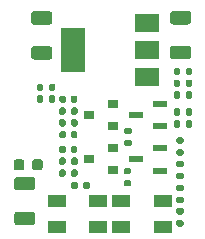
<source format=gbr>
%TF.GenerationSoftware,KiCad,Pcbnew,5.1.9*%
%TF.CreationDate,2021-01-20T22:59:12+01:00*%
%TF.ProjectId,wi-se-rpi,77692d73-652d-4727-9069-2e6b69636164,v0.1*%
%TF.SameCoordinates,Original*%
%TF.FileFunction,Paste,Bot*%
%TF.FilePolarity,Positive*%
%FSLAX46Y46*%
G04 Gerber Fmt 4.6, Leading zero omitted, Abs format (unit mm)*
G04 Created by KiCad (PCBNEW 5.1.9) date 2021-01-20 22:59:12*
%MOMM*%
%LPD*%
G01*
G04 APERTURE LIST*
%ADD10R,1.500000X1.000000*%
%ADD11R,1.207999X0.568000*%
%ADD12R,0.900000X0.800000*%
%ADD13R,2.000000X3.800000*%
%ADD14R,2.000000X1.500000*%
G04 APERTURE END LIST*
D10*
%TO.C,SW2*%
X82725000Y-13050000D03*
X82725000Y-15250000D03*
X86225000Y-15250000D03*
X86225000Y-13050000D03*
%TD*%
%TO.C,C1*%
G36*
G01*
X88400001Y-1025000D02*
X87099999Y-1025000D01*
G75*
G02*
X86850000Y-775001I0J249999D01*
G01*
X86850000Y-124999D01*
G75*
G02*
X87099999Y125000I249999J0D01*
G01*
X88400001Y125000D01*
G75*
G02*
X88650000Y-124999I0J-249999D01*
G01*
X88650000Y-775001D01*
G75*
G02*
X88400001Y-1025000I-249999J0D01*
G01*
G37*
G36*
G01*
X88400001Y1925000D02*
X87099999Y1925000D01*
G75*
G02*
X86850000Y2174999I0J249999D01*
G01*
X86850000Y2825001D01*
G75*
G02*
X87099999Y3075000I249999J0D01*
G01*
X88400001Y3075000D01*
G75*
G02*
X88650000Y2825001I0J-249999D01*
G01*
X88650000Y2174999D01*
G75*
G02*
X88400001Y1925000I-249999J0D01*
G01*
G37*
%TD*%
%TO.C,C2*%
G36*
G01*
X76650001Y1900000D02*
X75349999Y1900000D01*
G75*
G02*
X75100000Y2149999I0J249999D01*
G01*
X75100000Y2800001D01*
G75*
G02*
X75349999Y3050000I249999J0D01*
G01*
X76650001Y3050000D01*
G75*
G02*
X76900000Y2800001I0J-249999D01*
G01*
X76900000Y2149999D01*
G75*
G02*
X76650001Y1900000I-249999J0D01*
G01*
G37*
G36*
G01*
X76650001Y-1050000D02*
X75349999Y-1050000D01*
G75*
G02*
X75100000Y-800001I0J249999D01*
G01*
X75100000Y-149999D01*
G75*
G02*
X75349999Y100000I249999J0D01*
G01*
X76650001Y100000D01*
G75*
G02*
X76900000Y-149999I0J-249999D01*
G01*
X76900000Y-800001D01*
G75*
G02*
X76650001Y-1050000I-249999J0D01*
G01*
G37*
%TD*%
%TO.C,C5*%
G36*
G01*
X75200001Y-15075000D02*
X73899999Y-15075000D01*
G75*
G02*
X73650000Y-14825001I0J249999D01*
G01*
X73650000Y-14174999D01*
G75*
G02*
X73899999Y-13925000I249999J0D01*
G01*
X75200001Y-13925000D01*
G75*
G02*
X75450000Y-14174999I0J-249999D01*
G01*
X75450000Y-14825001D01*
G75*
G02*
X75200001Y-15075000I-249999J0D01*
G01*
G37*
G36*
G01*
X75200001Y-12125000D02*
X73899999Y-12125000D01*
G75*
G02*
X73650000Y-11875001I0J249999D01*
G01*
X73650000Y-11224999D01*
G75*
G02*
X73899999Y-10975000I249999J0D01*
G01*
X75200001Y-10975000D01*
G75*
G02*
X75450000Y-11224999I0J-249999D01*
G01*
X75450000Y-11875001D01*
G75*
G02*
X75200001Y-12125000I-249999J0D01*
G01*
G37*
%TD*%
%TO.C,C6*%
G36*
G01*
X76075000Y-9700000D02*
X76075000Y-10200000D01*
G75*
G02*
X75850000Y-10425000I-225000J0D01*
G01*
X75400000Y-10425000D01*
G75*
G02*
X75175000Y-10200000I0J225000D01*
G01*
X75175000Y-9700000D01*
G75*
G02*
X75400000Y-9475000I225000J0D01*
G01*
X75850000Y-9475000D01*
G75*
G02*
X76075000Y-9700000I0J-225000D01*
G01*
G37*
G36*
G01*
X74525000Y-9700000D02*
X74525000Y-10200000D01*
G75*
G02*
X74300000Y-10425000I-225000J0D01*
G01*
X73850000Y-10425000D01*
G75*
G02*
X73625000Y-10200000I0J225000D01*
G01*
X73625000Y-9700000D01*
G75*
G02*
X73850000Y-9475000I225000J0D01*
G01*
X74300000Y-9475000D01*
G75*
G02*
X74525000Y-9700000I0J-225000D01*
G01*
G37*
%TD*%
%TO.C,C7*%
G36*
G01*
X79010000Y-7230000D02*
X79010000Y-7570000D01*
G75*
G02*
X78870000Y-7710000I-140000J0D01*
G01*
X78590000Y-7710000D01*
G75*
G02*
X78450000Y-7570000I0J140000D01*
G01*
X78450000Y-7230000D01*
G75*
G02*
X78590000Y-7090000I140000J0D01*
G01*
X78870000Y-7090000D01*
G75*
G02*
X79010000Y-7230000I0J-140000D01*
G01*
G37*
G36*
G01*
X78050000Y-7230000D02*
X78050000Y-7570000D01*
G75*
G02*
X77910000Y-7710000I-140000J0D01*
G01*
X77630000Y-7710000D01*
G75*
G02*
X77490000Y-7570000I0J140000D01*
G01*
X77490000Y-7230000D01*
G75*
G02*
X77630000Y-7090000I140000J0D01*
G01*
X77910000Y-7090000D01*
G75*
G02*
X78050000Y-7230000I0J-140000D01*
G01*
G37*
%TD*%
%TO.C,C8*%
G36*
G01*
X78050000Y-8480000D02*
X78050000Y-8820000D01*
G75*
G02*
X77910000Y-8960000I-140000J0D01*
G01*
X77630000Y-8960000D01*
G75*
G02*
X77490000Y-8820000I0J140000D01*
G01*
X77490000Y-8480000D01*
G75*
G02*
X77630000Y-8340000I140000J0D01*
G01*
X77910000Y-8340000D01*
G75*
G02*
X78050000Y-8480000I0J-140000D01*
G01*
G37*
G36*
G01*
X79010000Y-8480000D02*
X79010000Y-8820000D01*
G75*
G02*
X78870000Y-8960000I-140000J0D01*
G01*
X78590000Y-8960000D01*
G75*
G02*
X78450000Y-8820000I0J140000D01*
G01*
X78450000Y-8480000D01*
G75*
G02*
X78590000Y-8340000I140000J0D01*
G01*
X78870000Y-8340000D01*
G75*
G02*
X79010000Y-8480000I0J-140000D01*
G01*
G37*
%TD*%
%TO.C,C9*%
G36*
G01*
X77490000Y-4570000D02*
X77490000Y-4230000D01*
G75*
G02*
X77630000Y-4090000I140000J0D01*
G01*
X77910000Y-4090000D01*
G75*
G02*
X78050000Y-4230000I0J-140000D01*
G01*
X78050000Y-4570000D01*
G75*
G02*
X77910000Y-4710000I-140000J0D01*
G01*
X77630000Y-4710000D01*
G75*
G02*
X77490000Y-4570000I0J140000D01*
G01*
G37*
G36*
G01*
X78450000Y-4570000D02*
X78450000Y-4230000D01*
G75*
G02*
X78590000Y-4090000I140000J0D01*
G01*
X78870000Y-4090000D01*
G75*
G02*
X79010000Y-4230000I0J-140000D01*
G01*
X79010000Y-4570000D01*
G75*
G02*
X78870000Y-4710000I-140000J0D01*
G01*
X78590000Y-4710000D01*
G75*
G02*
X78450000Y-4570000I0J140000D01*
G01*
G37*
%TD*%
D11*
%TO.C,Q1*%
X86020999Y-8549999D03*
X86020999Y-10450001D03*
X83979000Y-9500000D03*
%TD*%
%TO.C,Q2*%
X83979000Y-5750000D03*
X86020999Y-6700001D03*
X86020999Y-4799999D03*
%TD*%
D12*
%TO.C,Q3*%
X82000000Y-8500000D03*
X82000000Y-10400000D03*
X80000000Y-9450000D03*
%TD*%
%TO.C,Q4*%
X80000000Y-5750000D03*
X82000000Y-6700000D03*
X82000000Y-4800000D03*
%TD*%
%TO.C,R1*%
G36*
G01*
X88730000Y-1865000D02*
X88730000Y-2235000D01*
G75*
G02*
X88595000Y-2370000I-135000J0D01*
G01*
X88325000Y-2370000D01*
G75*
G02*
X88190000Y-2235000I0J135000D01*
G01*
X88190000Y-1865000D01*
G75*
G02*
X88325000Y-1730000I135000J0D01*
G01*
X88595000Y-1730000D01*
G75*
G02*
X88730000Y-1865000I0J-135000D01*
G01*
G37*
G36*
G01*
X87710000Y-1865000D02*
X87710000Y-2235000D01*
G75*
G02*
X87575000Y-2370000I-135000J0D01*
G01*
X87305000Y-2370000D01*
G75*
G02*
X87170000Y-2235000I0J135000D01*
G01*
X87170000Y-1865000D01*
G75*
G02*
X87305000Y-1730000I135000J0D01*
G01*
X87575000Y-1730000D01*
G75*
G02*
X87710000Y-1865000I0J-135000D01*
G01*
G37*
%TD*%
%TO.C,R2*%
G36*
G01*
X87170000Y-3235000D02*
X87170000Y-2865000D01*
G75*
G02*
X87305000Y-2730000I135000J0D01*
G01*
X87575000Y-2730000D01*
G75*
G02*
X87710000Y-2865000I0J-135000D01*
G01*
X87710000Y-3235000D01*
G75*
G02*
X87575000Y-3370000I-135000J0D01*
G01*
X87305000Y-3370000D01*
G75*
G02*
X87170000Y-3235000I0J135000D01*
G01*
G37*
G36*
G01*
X88190000Y-3235000D02*
X88190000Y-2865000D01*
G75*
G02*
X88325000Y-2730000I135000J0D01*
G01*
X88595000Y-2730000D01*
G75*
G02*
X88730000Y-2865000I0J-135000D01*
G01*
X88730000Y-3235000D01*
G75*
G02*
X88595000Y-3370000I-135000J0D01*
G01*
X88325000Y-3370000D01*
G75*
G02*
X88190000Y-3235000I0J135000D01*
G01*
G37*
%TD*%
%TO.C,R3*%
G36*
G01*
X87515000Y-13620000D02*
X87885000Y-13620000D01*
G75*
G02*
X88020000Y-13755000I0J-135000D01*
G01*
X88020000Y-14025000D01*
G75*
G02*
X87885000Y-14160000I-135000J0D01*
G01*
X87515000Y-14160000D01*
G75*
G02*
X87380000Y-14025000I0J135000D01*
G01*
X87380000Y-13755000D01*
G75*
G02*
X87515000Y-13620000I135000J0D01*
G01*
G37*
G36*
G01*
X87515000Y-14640000D02*
X87885000Y-14640000D01*
G75*
G02*
X88020000Y-14775000I0J-135000D01*
G01*
X88020000Y-15045000D01*
G75*
G02*
X87885000Y-15180000I-135000J0D01*
G01*
X87515000Y-15180000D01*
G75*
G02*
X87380000Y-15045000I0J135000D01*
G01*
X87380000Y-14775000D01*
G75*
G02*
X87515000Y-14640000I135000J0D01*
G01*
G37*
%TD*%
%TO.C,R4*%
G36*
G01*
X87885000Y-12160000D02*
X87515000Y-12160000D01*
G75*
G02*
X87380000Y-12025000I0J135000D01*
G01*
X87380000Y-11755000D01*
G75*
G02*
X87515000Y-11620000I135000J0D01*
G01*
X87885000Y-11620000D01*
G75*
G02*
X88020000Y-11755000I0J-135000D01*
G01*
X88020000Y-12025000D01*
G75*
G02*
X87885000Y-12160000I-135000J0D01*
G01*
G37*
G36*
G01*
X87885000Y-13180000D02*
X87515000Y-13180000D01*
G75*
G02*
X87380000Y-13045000I0J135000D01*
G01*
X87380000Y-12775000D01*
G75*
G02*
X87515000Y-12640000I135000J0D01*
G01*
X87885000Y-12640000D01*
G75*
G02*
X88020000Y-12775000I0J-135000D01*
G01*
X88020000Y-13045000D01*
G75*
G02*
X87885000Y-13180000I-135000J0D01*
G01*
G37*
%TD*%
%TO.C,R5*%
G36*
G01*
X76600000Y-3585000D02*
X76600000Y-3215000D01*
G75*
G02*
X76735000Y-3080000I135000J0D01*
G01*
X77005000Y-3080000D01*
G75*
G02*
X77140000Y-3215000I0J-135000D01*
G01*
X77140000Y-3585000D01*
G75*
G02*
X77005000Y-3720000I-135000J0D01*
G01*
X76735000Y-3720000D01*
G75*
G02*
X76600000Y-3585000I0J135000D01*
G01*
G37*
G36*
G01*
X75580000Y-3585000D02*
X75580000Y-3215000D01*
G75*
G02*
X75715000Y-3080000I135000J0D01*
G01*
X75985000Y-3080000D01*
G75*
G02*
X76120000Y-3215000I0J-135000D01*
G01*
X76120000Y-3585000D01*
G75*
G02*
X75985000Y-3720000I-135000J0D01*
G01*
X75715000Y-3720000D01*
G75*
G02*
X75580000Y-3585000I0J135000D01*
G01*
G37*
%TD*%
%TO.C,R6*%
G36*
G01*
X77470000Y-10835000D02*
X77470000Y-10465000D01*
G75*
G02*
X77605000Y-10330000I135000J0D01*
G01*
X77875000Y-10330000D01*
G75*
G02*
X78010000Y-10465000I0J-135000D01*
G01*
X78010000Y-10835000D01*
G75*
G02*
X77875000Y-10970000I-135000J0D01*
G01*
X77605000Y-10970000D01*
G75*
G02*
X77470000Y-10835000I0J135000D01*
G01*
G37*
G36*
G01*
X78490000Y-10835000D02*
X78490000Y-10465000D01*
G75*
G02*
X78625000Y-10330000I135000J0D01*
G01*
X78895000Y-10330000D01*
G75*
G02*
X79030000Y-10465000I0J-135000D01*
G01*
X79030000Y-10835000D01*
G75*
G02*
X78895000Y-10970000I-135000J0D01*
G01*
X78625000Y-10970000D01*
G75*
G02*
X78490000Y-10835000I0J135000D01*
G01*
G37*
%TD*%
%TO.C,R7*%
G36*
G01*
X76590000Y-4585000D02*
X76590000Y-4215000D01*
G75*
G02*
X76725000Y-4080000I135000J0D01*
G01*
X76995000Y-4080000D01*
G75*
G02*
X77130000Y-4215000I0J-135000D01*
G01*
X77130000Y-4585000D01*
G75*
G02*
X76995000Y-4720000I-135000J0D01*
G01*
X76725000Y-4720000D01*
G75*
G02*
X76590000Y-4585000I0J135000D01*
G01*
G37*
G36*
G01*
X75570000Y-4585000D02*
X75570000Y-4215000D01*
G75*
G02*
X75705000Y-4080000I135000J0D01*
G01*
X75975000Y-4080000D01*
G75*
G02*
X76110000Y-4215000I0J-135000D01*
G01*
X76110000Y-4585000D01*
G75*
G02*
X75975000Y-4720000I-135000J0D01*
G01*
X75705000Y-4720000D01*
G75*
G02*
X75570000Y-4585000I0J135000D01*
G01*
G37*
%TD*%
%TO.C,R8*%
G36*
G01*
X87170000Y-5685000D02*
X87170000Y-5315000D01*
G75*
G02*
X87305000Y-5180000I135000J0D01*
G01*
X87575000Y-5180000D01*
G75*
G02*
X87710000Y-5315000I0J-135000D01*
G01*
X87710000Y-5685000D01*
G75*
G02*
X87575000Y-5820000I-135000J0D01*
G01*
X87305000Y-5820000D01*
G75*
G02*
X87170000Y-5685000I0J135000D01*
G01*
G37*
G36*
G01*
X88190000Y-5685000D02*
X88190000Y-5315000D01*
G75*
G02*
X88325000Y-5180000I135000J0D01*
G01*
X88595000Y-5180000D01*
G75*
G02*
X88730000Y-5315000I0J-135000D01*
G01*
X88730000Y-5685000D01*
G75*
G02*
X88595000Y-5820000I-135000J0D01*
G01*
X88325000Y-5820000D01*
G75*
G02*
X88190000Y-5685000I0J135000D01*
G01*
G37*
%TD*%
%TO.C,R9*%
G36*
G01*
X88730000Y-6315000D02*
X88730000Y-6685000D01*
G75*
G02*
X88595000Y-6820000I-135000J0D01*
G01*
X88325000Y-6820000D01*
G75*
G02*
X88190000Y-6685000I0J135000D01*
G01*
X88190000Y-6315000D01*
G75*
G02*
X88325000Y-6180000I135000J0D01*
G01*
X88595000Y-6180000D01*
G75*
G02*
X88730000Y-6315000I0J-135000D01*
G01*
G37*
G36*
G01*
X87710000Y-6315000D02*
X87710000Y-6685000D01*
G75*
G02*
X87575000Y-6820000I-135000J0D01*
G01*
X87305000Y-6820000D01*
G75*
G02*
X87170000Y-6685000I0J135000D01*
G01*
X87170000Y-6315000D01*
G75*
G02*
X87305000Y-6180000I135000J0D01*
G01*
X87575000Y-6180000D01*
G75*
G02*
X87710000Y-6315000I0J-135000D01*
G01*
G37*
%TD*%
%TO.C,R10*%
G36*
G01*
X79035000Y-11515000D02*
X79035000Y-11885000D01*
G75*
G02*
X78900000Y-12020000I-135000J0D01*
G01*
X78630000Y-12020000D01*
G75*
G02*
X78495000Y-11885000I0J135000D01*
G01*
X78495000Y-11515000D01*
G75*
G02*
X78630000Y-11380000I135000J0D01*
G01*
X78900000Y-11380000D01*
G75*
G02*
X79035000Y-11515000I0J-135000D01*
G01*
G37*
G36*
G01*
X80055000Y-11515000D02*
X80055000Y-11885000D01*
G75*
G02*
X79920000Y-12020000I-135000J0D01*
G01*
X79650000Y-12020000D01*
G75*
G02*
X79515000Y-11885000I0J135000D01*
G01*
X79515000Y-11515000D01*
G75*
G02*
X79650000Y-11380000I135000J0D01*
G01*
X79920000Y-11380000D01*
G75*
G02*
X80055000Y-11515000I0J-135000D01*
G01*
G37*
%TD*%
%TO.C,R11*%
G36*
G01*
X87885000Y-10160000D02*
X87515000Y-10160000D01*
G75*
G02*
X87380000Y-10025000I0J135000D01*
G01*
X87380000Y-9755000D01*
G75*
G02*
X87515000Y-9620000I135000J0D01*
G01*
X87885000Y-9620000D01*
G75*
G02*
X88020000Y-9755000I0J-135000D01*
G01*
X88020000Y-10025000D01*
G75*
G02*
X87885000Y-10160000I-135000J0D01*
G01*
G37*
G36*
G01*
X87885000Y-11180000D02*
X87515000Y-11180000D01*
G75*
G02*
X87380000Y-11045000I0J135000D01*
G01*
X87380000Y-10775000D01*
G75*
G02*
X87515000Y-10640000I135000J0D01*
G01*
X87885000Y-10640000D01*
G75*
G02*
X88020000Y-10775000I0J-135000D01*
G01*
X88020000Y-11045000D01*
G75*
G02*
X87885000Y-11180000I-135000J0D01*
G01*
G37*
%TD*%
%TO.C,R12*%
G36*
G01*
X87885000Y-9180000D02*
X87515000Y-9180000D01*
G75*
G02*
X87380000Y-9045000I0J135000D01*
G01*
X87380000Y-8775000D01*
G75*
G02*
X87515000Y-8640000I135000J0D01*
G01*
X87885000Y-8640000D01*
G75*
G02*
X88020000Y-8775000I0J-135000D01*
G01*
X88020000Y-9045000D01*
G75*
G02*
X87885000Y-9180000I-135000J0D01*
G01*
G37*
G36*
G01*
X87885000Y-8160000D02*
X87515000Y-8160000D01*
G75*
G02*
X87380000Y-8025000I0J135000D01*
G01*
X87380000Y-7755000D01*
G75*
G02*
X87515000Y-7620000I135000J0D01*
G01*
X87885000Y-7620000D01*
G75*
G02*
X88020000Y-7755000I0J-135000D01*
G01*
X88020000Y-8025000D01*
G75*
G02*
X87885000Y-8160000I-135000J0D01*
G01*
G37*
%TD*%
%TO.C,R13*%
G36*
G01*
X79030000Y-5215000D02*
X79030000Y-5585000D01*
G75*
G02*
X78895000Y-5720000I-135000J0D01*
G01*
X78625000Y-5720000D01*
G75*
G02*
X78490000Y-5585000I0J135000D01*
G01*
X78490000Y-5215000D01*
G75*
G02*
X78625000Y-5080000I135000J0D01*
G01*
X78895000Y-5080000D01*
G75*
G02*
X79030000Y-5215000I0J-135000D01*
G01*
G37*
G36*
G01*
X78010000Y-5215000D02*
X78010000Y-5585000D01*
G75*
G02*
X77875000Y-5720000I-135000J0D01*
G01*
X77605000Y-5720000D01*
G75*
G02*
X77470000Y-5585000I0J135000D01*
G01*
X77470000Y-5215000D01*
G75*
G02*
X77605000Y-5080000I135000J0D01*
G01*
X77875000Y-5080000D01*
G75*
G02*
X78010000Y-5215000I0J-135000D01*
G01*
G37*
%TD*%
%TO.C,R14*%
G36*
G01*
X83065000Y-11240000D02*
X83435000Y-11240000D01*
G75*
G02*
X83570000Y-11375000I0J-135000D01*
G01*
X83570000Y-11645000D01*
G75*
G02*
X83435000Y-11780000I-135000J0D01*
G01*
X83065000Y-11780000D01*
G75*
G02*
X82930000Y-11645000I0J135000D01*
G01*
X82930000Y-11375000D01*
G75*
G02*
X83065000Y-11240000I135000J0D01*
G01*
G37*
G36*
G01*
X83065000Y-10220000D02*
X83435000Y-10220000D01*
G75*
G02*
X83570000Y-10355000I0J-135000D01*
G01*
X83570000Y-10625000D01*
G75*
G02*
X83435000Y-10760000I-135000J0D01*
G01*
X83065000Y-10760000D01*
G75*
G02*
X82930000Y-10625000I0J135000D01*
G01*
X82930000Y-10355000D01*
G75*
G02*
X83065000Y-10220000I135000J0D01*
G01*
G37*
%TD*%
%TO.C,R15*%
G36*
G01*
X83115000Y-7840000D02*
X83485000Y-7840000D01*
G75*
G02*
X83620000Y-7975000I0J-135000D01*
G01*
X83620000Y-8245000D01*
G75*
G02*
X83485000Y-8380000I-135000J0D01*
G01*
X83115000Y-8380000D01*
G75*
G02*
X82980000Y-8245000I0J135000D01*
G01*
X82980000Y-7975000D01*
G75*
G02*
X83115000Y-7840000I135000J0D01*
G01*
G37*
G36*
G01*
X83115000Y-6820000D02*
X83485000Y-6820000D01*
G75*
G02*
X83620000Y-6955000I0J-135000D01*
G01*
X83620000Y-7225000D01*
G75*
G02*
X83485000Y-7360000I-135000J0D01*
G01*
X83115000Y-7360000D01*
G75*
G02*
X82980000Y-7225000I0J135000D01*
G01*
X82980000Y-6955000D01*
G75*
G02*
X83115000Y-6820000I135000J0D01*
G01*
G37*
%TD*%
%TO.C,R16*%
G36*
G01*
X78010000Y-9465000D02*
X78010000Y-9835000D01*
G75*
G02*
X77875000Y-9970000I-135000J0D01*
G01*
X77605000Y-9970000D01*
G75*
G02*
X77470000Y-9835000I0J135000D01*
G01*
X77470000Y-9465000D01*
G75*
G02*
X77605000Y-9330000I135000J0D01*
G01*
X77875000Y-9330000D01*
G75*
G02*
X78010000Y-9465000I0J-135000D01*
G01*
G37*
G36*
G01*
X79030000Y-9465000D02*
X79030000Y-9835000D01*
G75*
G02*
X78895000Y-9970000I-135000J0D01*
G01*
X78625000Y-9970000D01*
G75*
G02*
X78490000Y-9835000I0J135000D01*
G01*
X78490000Y-9465000D01*
G75*
G02*
X78625000Y-9330000I135000J0D01*
G01*
X78895000Y-9330000D01*
G75*
G02*
X79030000Y-9465000I0J-135000D01*
G01*
G37*
%TD*%
%TO.C,R17*%
G36*
G01*
X79030000Y-6215000D02*
X79030000Y-6585000D01*
G75*
G02*
X78895000Y-6720000I-135000J0D01*
G01*
X78625000Y-6720000D01*
G75*
G02*
X78490000Y-6585000I0J135000D01*
G01*
X78490000Y-6215000D01*
G75*
G02*
X78625000Y-6080000I135000J0D01*
G01*
X78895000Y-6080000D01*
G75*
G02*
X79030000Y-6215000I0J-135000D01*
G01*
G37*
G36*
G01*
X78010000Y-6215000D02*
X78010000Y-6585000D01*
G75*
G02*
X77875000Y-6720000I-135000J0D01*
G01*
X77605000Y-6720000D01*
G75*
G02*
X77470000Y-6585000I0J135000D01*
G01*
X77470000Y-6215000D01*
G75*
G02*
X77605000Y-6080000I135000J0D01*
G01*
X77875000Y-6080000D01*
G75*
G02*
X78010000Y-6215000I0J-135000D01*
G01*
G37*
%TD*%
%TO.C,R18*%
G36*
G01*
X87710000Y-3865000D02*
X87710000Y-4235000D01*
G75*
G02*
X87575000Y-4370000I-135000J0D01*
G01*
X87305000Y-4370000D01*
G75*
G02*
X87170000Y-4235000I0J135000D01*
G01*
X87170000Y-3865000D01*
G75*
G02*
X87305000Y-3730000I135000J0D01*
G01*
X87575000Y-3730000D01*
G75*
G02*
X87710000Y-3865000I0J-135000D01*
G01*
G37*
G36*
G01*
X88730000Y-3865000D02*
X88730000Y-4235000D01*
G75*
G02*
X88595000Y-4370000I-135000J0D01*
G01*
X88325000Y-4370000D01*
G75*
G02*
X88190000Y-4235000I0J135000D01*
G01*
X88190000Y-3865000D01*
G75*
G02*
X88325000Y-3730000I135000J0D01*
G01*
X88595000Y-3730000D01*
G75*
G02*
X88730000Y-3865000I0J-135000D01*
G01*
G37*
%TD*%
D13*
%TO.C,U1*%
X78600000Y-250000D03*
D14*
X84900000Y-250000D03*
X84900000Y-2550000D03*
X84900000Y2050000D03*
%TD*%
D10*
%TO.C,SW1*%
X77250000Y-15250000D03*
X77250000Y-13050000D03*
X80750000Y-13050000D03*
X80750000Y-15250000D03*
%TD*%
M02*

</source>
